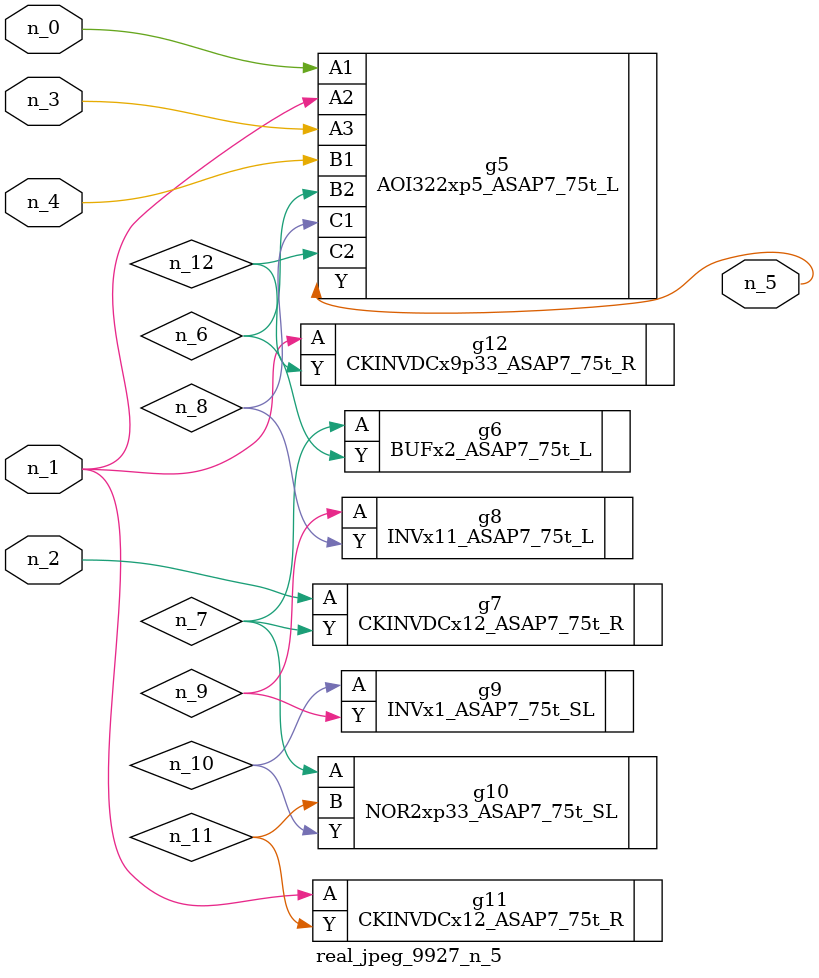
<source format=v>
module real_jpeg_9927_n_5 (n_4, n_0, n_1, n_2, n_3, n_5);

input n_4;
input n_0;
input n_1;
input n_2;
input n_3;

output n_5;

wire n_12;
wire n_8;
wire n_11;
wire n_6;
wire n_7;
wire n_10;
wire n_9;

AOI322xp5_ASAP7_75t_L g5 ( 
.A1(n_0),
.A2(n_1),
.A3(n_3),
.B1(n_4),
.B2(n_6),
.C1(n_8),
.C2(n_12),
.Y(n_5)
);

CKINVDCx12_ASAP7_75t_R g11 ( 
.A(n_1),
.Y(n_11)
);

CKINVDCx9p33_ASAP7_75t_R g12 ( 
.A(n_1),
.Y(n_12)
);

CKINVDCx12_ASAP7_75t_R g7 ( 
.A(n_2),
.Y(n_7)
);

BUFx2_ASAP7_75t_L g6 ( 
.A(n_7),
.Y(n_6)
);

NOR2xp33_ASAP7_75t_SL g10 ( 
.A(n_7),
.B(n_11),
.Y(n_10)
);

INVx11_ASAP7_75t_L g8 ( 
.A(n_9),
.Y(n_8)
);

INVx1_ASAP7_75t_SL g9 ( 
.A(n_10),
.Y(n_9)
);


endmodule
</source>
